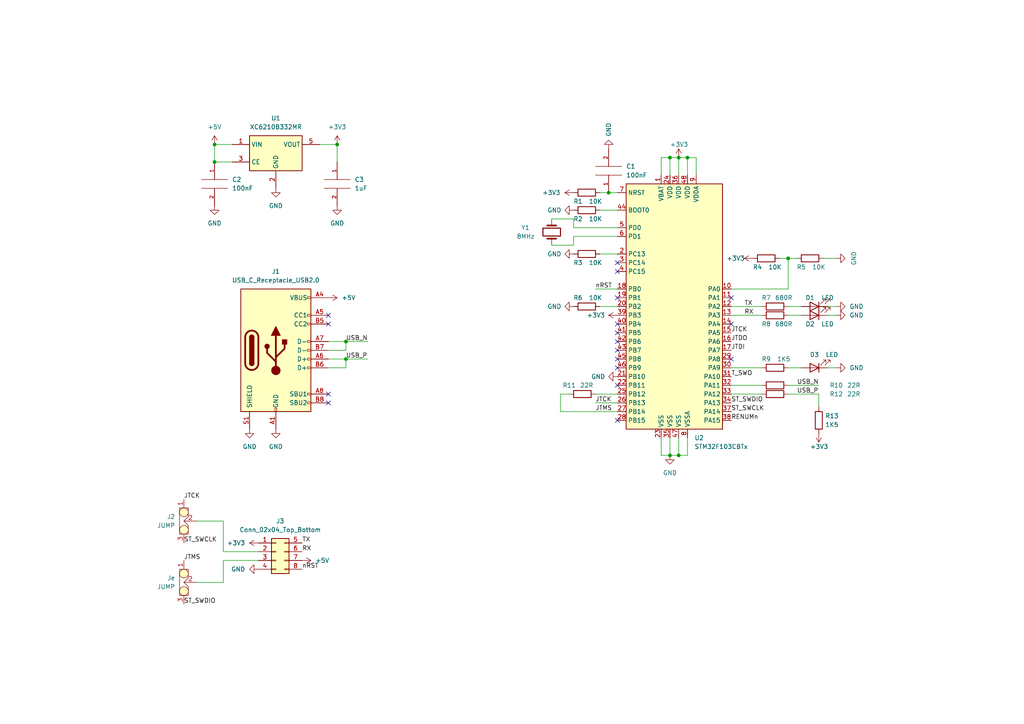
<source format=kicad_sch>
(kicad_sch (version 20211123) (generator eeschema)
  (paper "A4")
  (title_block (title "ST-Link Nano") (date "2022-07-30") (company "Magic Yang"))
  (lib_symbols
    (symbol "Connector:USB_C_Receptacle_USB2.0" (pin_names (offset 1.016))
      (property "Reference" "J" (at -10.16 19.05 0))
      (property "Value" "USB_C_Receptacle_USB2.0" (at 19.05 19.05 0))
      (symbol "USB_C_Receptacle_USB2.0_0_0"
        (rectangle (start -0.254 -17.78) (end 0.254 -16.764))
        (rectangle (start 10.16 -14.986) (end 9.144 -15.494))
        (rectangle (start 10.16 -12.446) (end 9.144 -12.954))
        (rectangle (start 10.16 -4.826) (end 9.144 -5.334))
        (rectangle (start 10.16 -2.286) (end 9.144 -2.794))
        (rectangle (start 10.16 0.254) (end 9.144 -0.254))
        (rectangle (start 10.16 2.794) (end 9.144 2.286))
        (rectangle (start 10.16 7.874) (end 9.144 7.366))
        (rectangle (start 10.16 10.414) (end 9.144 9.906))
        (rectangle (start 10.16 15.494) (end 9.144 14.986))
      )
      (symbol "USB_C_Receptacle_USB2.0_0_1"
        (rectangle (start -10.16 17.78) (end 10.16 -17.78) (stroke (width 0.254)) (fill (type background)))
        (arc (start -8.89 -3.81) (mid -6.985 -5.715) (end -5.08 -3.81) (stroke (width 0.508)))
        (arc (start -7.62 -3.81) (mid -6.985 -4.445) (end -6.35 -3.81) (stroke (width 0.254)))
        (arc (start -7.62 -3.81) (mid -6.985 -4.445) (end -6.35 -3.81) (stroke (width 0.254)) (fill (type outline)))
        (rectangle (start -7.62 -3.81) (end -6.35 3.81) (stroke (width 0.254)) (fill (type outline)))
        (arc (start -6.35 3.81) (mid -6.985 4.445) (end -7.62 3.81) (stroke (width 0.254)))
        (arc (start -6.35 3.81) (mid -6.985 4.445) (end -7.62 3.81) (stroke (width 0.254)) (fill (type outline)))
        (arc (start -5.08 3.81) (mid -6.985 5.715) (end -8.89 3.81) (stroke (width 0.508)))
        (circle (center -2.54 1.143) (radius 0.635) (stroke (width 0.254)) (fill (type outline)))
        (circle (center 0 -5.842) (radius 1.27) (fill (type outline)))
        (polyline (pts (xy -8.89 -3.81) (xy -8.89 3.81)) (stroke (width 0.508)))
        (polyline (pts (xy -5.08 3.81) (xy -5.08 -3.81)) (stroke (width 0.508)))
        (polyline (pts (xy 0 -5.842) (xy 0 4.318)) (stroke (width 0.508)))
        (polyline (pts (xy 0 -3.302) (xy -2.54 -0.762) (xy -2.54 0.508)) (stroke (width 0.508)))
        (polyline (pts (xy 0 -2.032) (xy 2.54 0.508) (xy 2.54 1.778)) (stroke (width 0.508)))
        (polyline (pts (xy -1.27 4.318) (xy 0 6.858) (xy 1.27 4.318) (xy -1.27 4.318)) (stroke (width 0.254)) (fill (type outline)))
        (rectangle (start 1.905 1.778) (end 3.175 3.048) (stroke (width 0.254)) (fill (type outline)))
      )
      (symbol "USB_C_Receptacle_USB2.0_1_1"
        (pin passive line (at 0 -22.86 90) (length 5.08) (name "GND") (number "A1"))
        (pin passive line (at 0 -22.86 90) (length 5.08) hide (name "GND") (number "A12"))
        (pin passive line (at 15.24 15.24 180) (length 5.08) (name "VBUS") (number "A4"))
        (pin bidirectional line (at 15.24 10.16 180) (length 5.08) (name "CC1") (number "A5"))
        (pin bidirectional line (at 15.24 -2.54 180) (length 5.08) (name "D+") (number "A6"))
        (pin bidirectional line (at 15.24 2.54 180) (length 5.08) (name "D-") (number "A7"))
        (pin bidirectional line (at 15.24 -12.7 180) (length 5.08) (name "SBU1") (number "A8"))
        (pin passive line (at 15.24 15.24 180) (length 5.08) hide (name "VBUS") (number "A9"))
        (pin passive line (at 0 -22.86 90) (length 5.08) hide (name "GND") (number "B1"))
        (pin passive line (at 0 -22.86 90) (length 5.08) hide (name "GND") (number "B12"))
        (pin passive line (at 15.24 15.24 180) (length 5.08) hide (name "VBUS") (number "B4"))
        (pin bidirectional line (at 15.24 7.62 180) (length 5.08) (name "CC2") (number "B5"))
        (pin bidirectional line (at 15.24 -5.08 180) (length 5.08) (name "D+") (number "B6"))
        (pin bidirectional line (at 15.24 0 180) (length 5.08) (name "D-") (number "B7"))
        (pin bidirectional line (at 15.24 -15.24 180) (length 5.08) (name "SBU2") (number "B8"))
        (pin passive line (at 15.24 15.24 180) (length 5.08) hide (name "VBUS") (number "B9"))
        (pin passive line (at -7.62 -22.86 90) (length 5.08) (name "SHIELD") (number "S1"))
      )
    )
    (symbol "Connector_Generic:Conn_02x04_Top_Bottom" (pin_names (offset 1.016) hide)
      (property "Reference" "J" (at 1.27 5.08 0))
      (property "Value" "Conn_02x04_Top_Bottom" (at 1.27 -7.62 0))
      (symbol "Conn_02x04_Top_Bottom_1_1"
        (rectangle (start -1.27 -4.953) (end 0 -5.207) (stroke (width 0.1524)))
        (rectangle (start -1.27 -2.413) (end 0 -2.667) (stroke (width 0.1524)))
        (rectangle (start -1.27 0.127) (end 0 -0.127) (stroke (width 0.1524)))
        (rectangle (start -1.27 2.667) (end 0 2.413) (stroke (width 0.1524)))
        (rectangle (start -1.27 3.81) (end 3.81 -6.35) (stroke (width 0.254)) (fill (type background)))
        (rectangle (start 3.81 -4.953) (end 2.54 -5.207) (stroke (width 0.1524)))
        (rectangle (start 3.81 -2.413) (end 2.54 -2.667) (stroke (width 0.1524)))
        (rectangle (start 3.81 0.127) (end 2.54 -0.127) (stroke (width 0.1524)))
        (rectangle (start 3.81 2.667) (end 2.54 2.413) (stroke (width 0.1524)))
        (pin passive line (at -5.08 2.54 0) (length 3.81) (name "Pin_1") (number "1"))
        (pin passive line (at -5.08 0 0) (length 3.81) (name "Pin_2") (number "2"))
        (pin passive line (at -5.08 -2.54 0) (length 3.81) (name "Pin_3") (number "3"))
        (pin passive line (at -5.08 -5.08 0) (length 3.81) (name "Pin_4") (number "4"))
        (pin passive line (at 7.62 2.54 180) (length 3.81) (name "Pin_5") (number "5"))
        (pin passive line (at 7.62 0 180) (length 3.81) (name "Pin_6") (number "6"))
        (pin passive line (at 7.62 -2.54 180) (length 3.81) (name "Pin_7") (number "7"))
        (pin passive line (at 7.62 -5.08 180) (length 3.81) (name "Pin_8") (number "8"))
      )
    )
    (symbol "Device:Crystal" (pin_numbers hide) (pin_names (offset 1.016) hide)
      (property "Reference" "Y" (at 0 3.81 0))
      (property "Value" "Crystal" (at 0 -3.81 0))
      (symbol "Crystal_0_1"
        (rectangle (start -1.143 2.54) (end 1.143 -2.54) (stroke (width 0.3048)))
        (polyline (pts (xy -2.54 0) (xy -1.905 0)))
        (polyline (pts (xy -1.905 -1.27) (xy -1.905 1.27)) (stroke (width 0.508)))
        (polyline (pts (xy 1.905 -1.27) (xy 1.905 1.27)) (stroke (width 0.508)))
        (polyline (pts (xy 2.54 0) (xy 1.905 0)))
      )
      (symbol "Crystal_1_1"
        (pin passive line (at -3.81 0 0) (length 1.27) (name "1") (number "1"))
        (pin passive line (at 3.81 0 180) (length 1.27) (name "2") (number "2"))
      )
    )
    (symbol "Device:LED" (pin_numbers hide) (pin_names (offset 1.016) hide)
      (property "Reference" "D" (at 0 2.54 0))
      (property "Value" "LED" (at 0 -2.54 0))
      (symbol "LED_0_1"
        (polyline (pts (xy -1.27 -1.27) (xy -1.27 1.27)) (stroke (width 0.254)))
        (polyline (pts (xy -1.27 0) (xy 1.27 0)))
        (polyline (pts (xy 1.27 -1.27) (xy 1.27 1.27) (xy -1.27 0) (xy 1.27 -1.27)) (stroke (width 0.254)))
        (polyline (pts (xy -3.048 -0.762) (xy -4.572 -2.286) (xy -3.81 -2.286) (xy -4.572 -2.286) (xy -4.572 -1.524)))
        (polyline (pts (xy -1.778 -0.762) (xy -3.302 -2.286) (xy -2.54 -2.286) (xy -3.302 -2.286) (xy -3.302 -1.524)))
      )
      (symbol "LED_1_1"
        (pin passive line (at -3.81 0 0) (length 2.54) (name "K") (number "1"))
        (pin passive line (at 3.81 0 180) (length 2.54) (name "A") (number "2"))
      )
    )
    (symbol "Device:R" (pin_numbers hide) (pin_names (offset 0))
      (property "Reference" "R" (at 2.032 0 90))
      (property "Value" "R" (at 0 0 90))
      (symbol "R_0_1"
        (rectangle (start -1.016 -2.54) (end 1.016 2.54) (stroke (width 0.254)))
      )
      (symbol "R_1_1"
        (pin passive line (at 0 3.81 270) (length 1.27) (name "~") (number "1"))
        (pin passive line (at 0 -3.81 90) (length 1.27) (name "~") (number "2"))
      )
    )
    (symbol "MCU_ST_STM32F1:STM32F103CBTx"
      (property "Reference" "U" (at -15.24 36.83 0))
      (property "Value" "STM32F103CBTx" (at 7.62 36.83 0))
      (symbol "STM32F103CBTx_0_1"
        (rectangle (start -15.24 -35.56) (end 12.7 35.56) (stroke (width 0.254)) (fill (type background)))
      )
      (symbol "STM32F103CBTx_1_1"
        (pin power_in line (at -5.08 38.1 270) (length 2.54) (name "VBAT") (number "1"))
        (pin bidirectional line (at 15.24 5.08 180) (length 2.54) (name "PA0") (number "10"))
        (pin bidirectional line (at 15.24 2.54 180) (length 2.54) (name "PA1") (number "11"))
        (pin bidirectional line (at 15.24 0 180) (length 2.54) (name "PA2") (number "12"))
        (pin bidirectional line (at 15.24 -2.54 180) (length 2.54) (name "PA3") (number "13"))
        (pin bidirectional line (at 15.24 -5.08 180) (length 2.54) (name "PA4") (number "14"))
        (pin bidirectional line (at 15.24 -7.62 180) (length 2.54) (name "PA5") (number "15"))
        (pin bidirectional line (at 15.24 -10.16 180) (length 2.54) (name "PA6") (number "16"))
        (pin bidirectional line (at 15.24 -12.7 180) (length 2.54) (name "PA7") (number "17"))
        (pin bidirectional line (at -17.78 5.08 0) (length 2.54) (name "PB0") (number "18"))
        (pin bidirectional line (at -17.78 2.54 0) (length 2.54) (name "PB1") (number "19"))
        (pin bidirectional line (at -17.78 15.24 0) (length 2.54) (name "PC13") (number "2"))
        (pin bidirectional line (at -17.78 0 0) (length 2.54) (name "PB2") (number "20"))
        (pin bidirectional line (at -17.78 -20.32 0) (length 2.54) (name "PB10") (number "21"))
        (pin bidirectional line (at -17.78 -22.86 0) (length 2.54) (name "PB11") (number "22"))
        (pin power_in line (at -5.08 -38.1 90) (length 2.54) (name "VSS") (number "23"))
        (pin power_in line (at -2.54 38.1 270) (length 2.54) (name "VDD") (number "24"))
        (pin bidirectional line (at -17.78 -25.4 0) (length 2.54) (name "PB12") (number "25"))
        (pin bidirectional line (at -17.78 -27.94 0) (length 2.54) (name "PB13") (number "26"))
        (pin bidirectional line (at -17.78 -30.48 0) (length 2.54) (name "PB14") (number "27"))
        (pin bidirectional line (at -17.78 -33.02 0) (length 2.54) (name "PB15") (number "28"))
        (pin bidirectional line (at 15.24 -15.24 180) (length 2.54) (name "PA8") (number "29"))
        (pin bidirectional line (at -17.78 12.7 0) (length 2.54) (name "PC14") (number "3"))
        (pin bidirectional line (at 15.24 -17.78 180) (length 2.54) (name "PA9") (number "30"))
        (pin bidirectional line (at 15.24 -20.32 180) (length 2.54) (name "PA10") (number "31"))
        (pin bidirectional line (at 15.24 -22.86 180) (length 2.54) (name "PA11") (number "32"))
        (pin bidirectional line (at 15.24 -25.4 180) (length 2.54) (name "PA12") (number "33"))
        (pin bidirectional line (at 15.24 -27.94 180) (length 2.54) (name "PA13") (number "34"))
        (pin power_in line (at -2.54 -38.1 90) (length 2.54) (name "VSS") (number "35"))
        (pin power_in line (at 0 38.1 270) (length 2.54) (name "VDD") (number "36"))
        (pin bidirectional line (at 15.24 -30.48 180) (length 2.54) (name "PA14") (number "37"))
        (pin bidirectional line (at 15.24 -33.02 180) (length 2.54) (name "PA15") (number "38"))
        (pin bidirectional line (at -17.78 -2.54 0) (length 2.54) (name "PB3") (number "39"))
        (pin bidirectional line (at -17.78 10.16 0) (length 2.54) (name "PC15") (number "4"))
        (pin bidirectional line (at -17.78 -5.08 0) (length 2.54) (name "PB4") (number "40"))
        (pin bidirectional line (at -17.78 -7.62 0) (length 2.54) (name "PB5") (number "41"))
        (pin bidirectional line (at -17.78 -10.16 0) (length 2.54) (name "PB6") (number "42"))
        (pin bidirectional line (at -17.78 -12.7 0) (length 2.54) (name "PB7") (number "43"))
        (pin input line (at -17.78 27.94 0) (length 2.54) (name "BOOT0") (number "44"))
        (pin bidirectional line (at -17.78 -15.24 0) (length 2.54) (name "PB8") (number "45"))
        (pin bidirectional line (at -17.78 -17.78 0) (length 2.54) (name "PB9") (number "46"))
        (pin power_in line (at 0 -38.1 90) (length 2.54) (name "VSS") (number "47"))
        (pin power_in line (at 2.54 38.1 270) (length 2.54) (name "VDD") (number "48"))
        (pin input line (at -17.78 22.86 0) (length 2.54) (name "PD0") (number "5"))
        (pin input line (at -17.78 20.32 0) (length 2.54) (name "PD1") (number "6"))
        (pin input line (at -17.78 33.02 0) (length 2.54) (name "NRST") (number "7"))
        (pin power_in line (at 2.54 -38.1 90) (length 2.54) (name "VSSA") (number "8"))
        (pin power_in line (at 5.08 38.1 270) (length 2.54) (name "VDDA") (number "9"))
      )
    )
    (symbol "MyLibrary:JUMP"
      (property "Reference" "J" (at -5.08 1.27 0))
      (property "Value" "JUMP" (at -3.81 -1.27 0))
      (symbol "JUMP_0_1"
        (circle (center 0 -2.54) (radius 1.27) (fill (type background)))
        (polyline (pts (xy 1.27 1.27) (xy 0 0) (xy 1.27 -1.27)))
        (polyline (pts (xy -1.27 3.81) (xy -1.27 -3.81) (xy 1.27 -3.81) (xy 1.27 -1.27)))
        (polyline (pts (xy -1.27 3.81) (xy 1.27 3.81) (xy 1.27 2.54) (xy 1.27 1.27)))
        (circle (center 0 2.54) (radius 1.27) (fill (type background)))
      )
      (symbol "JUMP_1_1"
        (pin input line (at 0 6.35 270) (length 2.54) (name "") (number "1"))
        (pin input line (at 3.81 0 180) (length 3.81) (name "") (number "2"))
        (pin input line (at 0 -6.35 90) (length 2.54) (name "") (number "3"))
      )
    )
    (symbol "Regulator_Linear:XC6210B332MR"
      (property "Reference" "U" (at 0 8.89 0))
      (property "Value" "XC6210B332MR" (at 0 6.35 0))
      (symbol "XC6210B332MR_0_1"
        (rectangle (start -7.62 5.08) (end 7.62 -5.08) (stroke (width 0.254)) (fill (type background)))
      )
      (symbol "XC6210B332MR_1_1"
        (pin power_in line (at -12.7 2.54 0) (length 5.08) (name "VIN") (number "1"))
        (pin power_in line (at 0 -10.16 90) (length 5.08) (name "GND") (number "2"))
        (pin input line (at -12.7 -2.54 0) (length 5.08) (name "CE") (number "3"))
        (pin no_connect line (at 12.7 -2.54 180) (length 5.08) hide (name "NC") (number "4"))
        (pin power_out line (at 12.7 2.54 180) (length 5.08) (name "VOUT") (number "5"))
      )
    )
    (symbol "power:+3V3" (power) (pin_names (offset 0))
      (property "Value" "+3V3" (at 0 3.556 0))
      (symbol "+3V3_0_1"
        (polyline (pts (xy -0.762 1.27) (xy 0 2.54)))
        (polyline (pts (xy 0 0) (xy 0 2.54)))
        (polyline (pts (xy 0 2.54) (xy 0.762 1.27)))
      )
      (symbol "+3V3_1_1"
        (pin power_in line (at 0 0 90) (length 0) hide (name "+3V3") (number "1"))
      )
    )
    (symbol "power:+5V" (power) (pin_names (offset 0))
      (property "Value" "+5V" (at 0 3.556 0))
      (symbol "+5V_0_1"
        (polyline (pts (xy -0.762 1.27) (xy 0 2.54)))
        (polyline (pts (xy 0 0) (xy 0 2.54)))
        (polyline (pts (xy 0 2.54) (xy 0.762 1.27)))
      )
      (symbol "+5V_1_1"
        (pin power_in line (at 0 0 90) (length 0) hide (name "+5V") (number "1"))
      )
    )
    (symbol "power:GND" (power) (pin_names (offset 0))
      (property "Value" "GND" (at 0 -3.81 0))
      (symbol "GND_0_1"
        (polyline (pts (xy 0 0) (xy 0 -1.27) (xy 1.27 -1.27) (xy 0 -2.54) (xy -1.27 -1.27) (xy 0 -1.27)))
      )
      (symbol "GND_1_1"
        (pin power_in line (at 0 0 270) (length 0) hide (name "GND") (number "1"))
      )
    )
    (symbol "pspice:CAP" (pin_names (offset 0.254))
      (property "Reference" "C" (at 2.54 3.81 90))
      (property "Value" "CAP" (at 2.54 -3.81 90))
      (symbol "CAP_0_1"
        (polyline (pts (xy -3.81 -1.27) (xy 3.81 -1.27)))
        (polyline (pts (xy -3.81 1.27) (xy 3.81 1.27)))
      )
      (symbol "CAP_1_1"
        (pin passive line (at 0 6.35 270) (length 5.08) (name "~") (number "1"))
        (pin passive line (at 0 -6.35 90) (length 5.08) (name "~") (number "2"))
      )
    )
  )
  (junction (at 97.79 41.91))
  (junction (at 194.31 45.72))
  (junction (at 176.53 55.88))
  (junction (at 194.31 132.08))
  (junction (at 62.23 41.91))
  (junction (at 228.6 74.93))
  (junction (at 100.33 99.06))
  (junction (at 196.85 45.72))
  (junction (at 62.23 46.99))
  (junction (at 196.85 132.08))
  (junction (at 199.39 45.72))
  (junction (at 100.33 104.14))
  (no_connect (at 179.07 106.68))
  (no_connect (at 179.07 111.76))
  (no_connect (at 212.09 104.14))
  (no_connect (at 95.25 91.44))
  (no_connect (at 95.25 114.3))
  (no_connect (at 179.07 104.14))
  (no_connect (at 179.07 99.06))
  (no_connect (at 179.07 96.52))
  (no_connect (at 179.07 101.6))
  (no_connect (at 179.07 93.98))
  (no_connect (at 179.07 76.2))
  (no_connect (at 212.09 93.98))
  (no_connect (at 179.07 86.36))
  (no_connect (at 212.09 86.36))
  (no_connect (at 179.07 78.74))
  (no_connect (at 95.25 116.84))
  (no_connect (at 95.25 93.98))
  (no_connect (at 179.07 121.92))
  (wire (pts (xy 228.6 114.3) (xy 237.49 114.3)))
  (wire (pts (xy 228.6 91.44) (xy 232.41 91.44)))
  (wire (pts (xy 62.23 46.99) (xy 62.23 41.91)))
  (wire (pts (xy 176.53 55.88) (xy 179.07 55.88)))
  (wire (pts (xy 196.85 127) (xy 196.85 132.08)))
  (wire (pts (xy 64.77 160.02) (xy 64.77 151.13)))
  (wire (pts (xy 173.99 55.88) (xy 176.53 55.88)))
  (wire (pts (xy 196.85 45.72) (xy 199.39 45.72)))
  (wire (pts (xy 212.09 111.76) (xy 220.98 111.76)))
  (wire (pts (xy 92.71 41.91) (xy 97.79 41.91)))
  (wire (pts (xy 212.09 114.3) (xy 220.98 114.3)))
  (wire (pts (xy 201.93 45.72) (xy 201.93 50.8)))
  (wire (pts (xy 194.31 45.72) (xy 196.85 45.72)))
  (wire (pts (xy 62.23 41.91) (xy 67.31 41.91)))
  (wire (pts (xy 166.37 68.58) (xy 166.37 71.12)))
  (wire (pts (xy 179.07 66.04) (xy 166.37 66.04)))
  (wire (pts (xy 191.77 45.72) (xy 194.31 45.72)))
  (wire (pts (xy 196.85 132.08) (xy 194.31 132.08)))
  (wire (pts (xy 64.77 168.91) (xy 57.15 168.91)))
  (wire (pts (xy 196.85 45.72) (xy 196.85 50.8)))
  (wire (pts (xy 199.39 127) (xy 199.39 132.08)))
  (wire (pts (xy 212.09 88.9) (xy 220.98 88.9)))
  (wire (pts (xy 100.33 99.06) (xy 106.68 99.06)))
  (wire (pts (xy 194.31 45.72) (xy 194.31 50.8)))
  (wire (pts (xy 199.39 132.08) (xy 196.85 132.08)))
  (wire (pts (xy 172.72 83.82) (xy 179.07 83.82)))
  (wire (pts (xy 242.57 88.9) (xy 240.03 88.9)))
  (wire (pts (xy 100.33 101.6) (xy 95.25 101.6)))
  (wire (pts (xy 232.41 88.9) (xy 228.6 88.9)))
  (wire (pts (xy 191.77 50.8) (xy 191.77 45.72)))
  (wire (pts (xy 67.31 46.99) (xy 62.23 46.99)))
  (wire (pts (xy 199.39 45.72) (xy 201.93 45.72)))
  (wire (pts (xy 166.37 63.5) (xy 160.02 63.5)))
  (wire (pts (xy 194.31 127) (xy 194.31 132.08)))
  (wire (pts (xy 191.77 132.08) (xy 191.77 127)))
  (wire (pts (xy 232.41 106.68) (xy 228.6 106.68)))
  (wire (pts (xy 100.33 99.06) (xy 100.33 101.6)))
  (wire (pts (xy 172.72 116.84) (xy 179.07 116.84)))
  (wire (pts (xy 173.99 88.9) (xy 179.07 88.9)))
  (wire (pts (xy 228.6 74.93) (xy 231.14 74.93)))
  (wire (pts (xy 237.49 114.3) (xy 237.49 118.11)))
  (wire (pts (xy 64.77 162.56) (xy 64.77 168.91)))
  (wire (pts (xy 228.6 111.76) (xy 237.49 111.76)))
  (wire (pts (xy 179.07 68.58) (xy 166.37 68.58)))
  (wire (pts (xy 100.33 104.14) (xy 100.33 106.68)))
  (wire (pts (xy 199.39 45.72) (xy 199.39 50.8)))
  (wire (pts (xy 95.25 104.14) (xy 100.33 104.14)))
  (wire (pts (xy 179.07 119.38) (xy 162.56 119.38)))
  (wire (pts (xy 242.57 91.44) (xy 240.03 91.44)))
  (wire (pts (xy 212.09 106.68) (xy 220.98 106.68)))
  (wire (pts (xy 194.31 132.08) (xy 191.77 132.08)))
  (wire (pts (xy 162.56 119.38) (xy 162.56 114.3)))
  (wire (pts (xy 160.02 71.12) (xy 166.37 71.12)))
  (wire (pts (xy 97.79 41.91) (xy 97.79 46.99)))
  (wire (pts (xy 95.25 99.06) (xy 100.33 99.06)))
  (wire (pts (xy 212.09 83.82) (xy 228.6 83.82)))
  (wire (pts (xy 212.09 91.44) (xy 220.98 91.44)))
  (wire (pts (xy 226.06 74.93) (xy 228.6 74.93)))
  (wire (pts (xy 100.33 106.68) (xy 95.25 106.68)))
  (wire (pts (xy 173.99 73.66) (xy 179.07 73.66)))
  (wire (pts (xy 173.99 60.96) (xy 179.07 60.96)))
  (wire (pts (xy 64.77 151.13) (xy 57.15 151.13)))
  (wire (pts (xy 100.33 104.14) (xy 106.68 104.14)))
  (wire (pts (xy 172.72 114.3) (xy 179.07 114.3)))
  (wire (pts (xy 74.93 160.02) (xy 64.77 160.02)))
  (wire (pts (xy 242.57 106.68) (xy 240.03 106.68)))
  (wire (pts (xy 242.57 74.93) (xy 238.76 74.93)))
  (wire (pts (xy 228.6 83.82) (xy 228.6 74.93)))
  (wire (pts (xy 74.93 162.56) (xy 64.77 162.56)))
  (wire (pts (xy 162.56 114.3) (xy 165.1 114.3)))
  (wire (pts (xy 166.37 66.04) (xy 166.37 63.5)))
  (label "ST_SWCLK" (at 53.34 157.48 0))
  (label "ST_SWDIO" (at 53.34 175.26 0))
  (label "USB_P" (at 100.33 104.14 0))
  (label "JTDI" (at 212.09 101.6 0))
  (label "JTCK" (at 53.34 144.78 0))
  (label "RX" (at 87.63 160.02 0))
  (label "RENUMn" (at 212.09 121.92 0))
  (label "TX" (at 87.63 157.48 0))
  (label "JTCK" (at 172.72 116.84 0))
  (label "T_SWO" (at 212.09 109.22 0))
  (label "USB_N" (at 100.33 99.06 0))
  (label "nRST" (at 172.72 83.82 0))
  (label "TX" (at 215.9 88.9 0))
  (label "ST_SWCLK" (at 212.09 119.38 0))
  (label "JTDO" (at 212.09 99.06 0))
  (label "nRST" (at 87.63 165.1 0))
  (label "USB_P" (at 231.14 114.3 0))
  (label "JTMS" (at 172.72 119.38 0))
  (label "RX" (at 215.9 91.44 0))
  (label "JTCK" (at 212.09 96.52 0))
  (label "USB_N" (at 231.14 111.76 0))
  (label "ST_SWDIO" (at 212.09 116.84 0))
  (label "JTMS" (at 53.34 162.56 0))
  (symbol (lib_id "Device:R") (at 234.95 74.93 270) (unit 1)
    (property "Reference" "R5" (at 232.41 77.47 90))
    (property "Value" "10K" (at 237.49 77.47 90))
    (property "Footprint" "Resistor_SMD:R_0402_1005Metric" (effects hide))
  )
  (symbol (lib_id "Regulator_Linear:XC6210B332MR") (at 80.01 44.45 0) (unit 1)
    (property "Reference" "U1" (at 80.01 34.29 0))
    (property "Value" "XC6210B332MR" (at 80.01 36.83 0))
    (property "Footprint" "Package_TO_SOT_SMD:SOT-23-5" (effects hide))
    (property "Datasheet" "https://www.torexsemi.com/file/xc6210/XC6210.pdf" (effects hide))
  )
  (symbol (lib_id "power:GND") (at 166.37 73.66 270) (unit 1)
    (property "Reference" "#PWR010" (effects hide))
    (property "Value" "GND" (at 158.75 73.66 90) (effects (justify left)))
  )
  (symbol (lib_id "power:+3V3") (at 218.44 74.93 90) (unit 1)
    (property "Reference" "#PWR011" (effects hide))
    (property "Value" "+3V3" (at 213.36 74.93 90))
  )
  (symbol (lib_id "Device:R") (at 168.91 114.3 270) (unit 1)
    (property "Reference" "R11" (at 165.1 111.76 90))
    (property "Value" "22R" (at 170.18 111.76 90))
    (property "Footprint" "Resistor_SMD:R_0402_1005Metric" (effects hide))
  )
  (symbol (lib_id "Connector_Generic:Conn_02x04_Top_Bottom") (at 80.01 160.02 0) (unit 1)
    (property "Reference" "J3" (at 81.28 151.13 0))
    (property "Value" "Conn_02x04_Top_Bottom" (at 81.28 153.67 0))
    (property "Footprint" "MyLibrary:SMD_PIN_2x4_TOP_BOTTOM" (effects hide))
  )
  (symbol (lib_id "Device:LED") (at 236.22 91.44 180) (unit 1)
    (property "Reference" "D2" (at 234.95 93.98 0))
    (property "Value" "LED" (at 240.03 93.98 0))
    (property "Footprint" "LED_SMD:LED_0402_1005Metric" (effects hide))
  )
  (symbol (lib_id "MCU_ST_STM32F1:STM32F103CBTx") (at 196.85 88.9 0) (unit 1)
    (property "Reference" "U2" (at 201.4094 127 0) (effects (justify left)))
    (property "Value" "STM32F103CBTx" (at 201.4094 129.54 0) (effects (justify left)))
    (property "Footprint" "Package_QFP:LQFP-48_7x7mm_P0.5mm" (effects hide))
    (property "Datasheet" "http://www.st.com/st-web-ui/static/active/en/resource/technical/document/datasheet/CD00161566.pdf" (effects hide))
  )
  (symbol (lib_id "power:+3V3") (at 196.85 45.72 0) (unit 1)
    (property "Reference" "#PWR04" (effects hide))
    (property "Value" "+3V3" (at 194.31 41.91 0) (effects (justify left)))
  )
  (symbol (lib_id "Device:R") (at 170.18 73.66 270) (unit 1)
    (property "Reference" "R3" (at 167.64 76.2 90))
    (property "Value" "10K" (at 172.72 76.2 90))
    (property "Footprint" "Resistor_SMD:R_0402_1005Metric" (effects hide))
  )
  (symbol (lib_id "power:+5V") (at 95.25 86.36 270) (unit 1)
    (property "Reference" "#PWR013" (effects hide))
    (property "Value" "+5V" (at 99.06 86.3599 90) (effects (justify left)))
  )
  (symbol (lib_id "Connector:USB_C_Receptacle_USB2.0") (at 80.01 101.6 0) (unit 1)
    (property "Reference" "J1" (at 80.01 78.74 0))
    (property "Value" "USB_C_Receptacle_USB2.0" (at 80.01 81.28 0))
    (property "Datasheet" "https://www.usb.org/sites/default/files/documents/usb_type-c.zip" (effects hide))
  )
  (symbol (lib_id "power:GND") (at 242.57 106.68 90) (unit 1)
    (property "Reference" "#PWR018" (effects hide))
    (property "Value" "GND" (at 246.38 106.6799 90) (effects (justify right)))
  )
  (symbol (lib_id "pspice:CAP") (at 62.23 53.34 0) (unit 1)
    (property "Reference" "C2" (at 67.31 52.0699 0) (effects (justify left)))
    (property "Value" "100nF" (at 67.31 54.6099 0) (effects (justify left)))
    (property "Footprint" "Capacitor_SMD:C_0402_1005Metric" (effects hide))
  )
  (symbol (lib_id "Device:R") (at 237.49 121.92 0) (unit 1)
    (property "Reference" "R13" (at 241.3 120.65 0))
    (property "Value" "1K5" (at 241.3 123.19 0))
    (property "Footprint" "Resistor_SMD:R_0402_1005Metric" (effects hide))
  )
  (symbol (lib_id "Device:LED") (at 236.22 106.68 180) (unit 1)
    (property "Reference" "D3" (at 236.22 102.87 0))
    (property "Value" "LED" (at 241.3 102.87 0))
    (property "Footprint" "LED_SMD:LED_0402_1005Metric" (effects hide))
  )
  (symbol (lib_id "power:GND") (at 166.37 88.9 270) (unit 1)
    (property "Reference" "#PWR014" (effects hide))
    (property "Value" "GND" (at 158.75 88.9 90) (effects (justify left)))
  )
  (symbol (lib_id "power:+3V3") (at 97.79 41.91 0) (unit 1)
    (property "Reference" "#PWR02" (effects hide))
    (property "Value" "+3V3" (at 97.79 36.83 0))
  )
  (symbol (lib_id "power:GND") (at 242.57 91.44 90) (unit 1)
    (property "Reference" "#PWR017" (effects hide))
    (property "Value" "GND" (at 246.38 91.4399 90) (effects (justify right)))
  )
  (symbol (lib_id "Device:Crystal") (at 160.02 67.31 90) (unit 1)
    (property "Reference" "Y1" (at 151.13 66.04 90) (effects (justify right)))
    (property "Value" "8MHz" (at 149.86 68.58 90) (effects (justify right)))
  )
  (symbol (lib_id "power:+3V3") (at 166.37 55.88 90) (unit 1)
    (property "Reference" "#PWR06" (effects hide))
    (property "Value" "+3V3" (at 162.56 55.8799 90) (effects (justify left)))
  )
  (symbol (lib_id "power:GND") (at 97.79 59.69 0) (unit 1)
    (property "Reference" "#PWR08" (effects hide))
    (property "Value" "GND" (at 97.79 64.77 0))
  )
  (symbol (lib_id "Device:R") (at 224.79 114.3 270) (unit 1)
    (property "Reference" "R12" (at 242.57 114.3 90))
    (property "Value" "22R" (at 247.65 114.3 90))
    (property "Footprint" "Resistor_SMD:R_0402_1005Metric" (effects hide))
  )
  (symbol (lib_id "pspice:CAP") (at 97.79 53.34 0) (unit 1)
    (property "Reference" "C3" (at 102.87 52.0699 0) (effects (justify left)))
    (property "Value" "1uF" (at 102.87 54.6099 0) (effects (justify left)))
    (property "Footprint" "Capacitor_SMD:C_0402_1005Metric" (effects hide))
  )
  (symbol (lib_id "Device:R") (at 224.79 106.68 270) (unit 1)
    (property "Reference" "R9" (at 222.25 104.14 90))
    (property "Value" "1K5" (at 227.33 104.14 90))
    (property "Footprint" "Resistor_SMD:R_0402_1005Metric" (effects hide))
  )
  (symbol (lib_id "power:GND") (at 80.01 124.46 0) (unit 1)
    (property "Reference" "#PWR021" (effects hide))
    (property "Value" "GND" (at 80.01 129.54 0))
  )
  (symbol (lib_id "Device:R") (at 170.18 88.9 270) (unit 1)
    (property "Reference" "R6" (at 167.64 86.36 90))
    (property "Value" "10K" (at 172.72 86.36 90))
    (property "Footprint" "Resistor_SMD:R_0402_1005Metric" (effects hide))
  )
  (symbol (lib_id "power:GND") (at 194.31 132.08 0) (unit 1)
    (property "Reference" "#PWR023" (effects hide))
    (property "Value" "GND" (at 194.31 137.16 0))
  )
  (symbol (lib_id "Device:R") (at 224.79 111.76 270) (unit 1)
    (property "Reference" "R10" (at 242.57 111.76 90))
    (property "Value" "22R" (at 247.65 111.76 90))
    (property "Footprint" "Resistor_SMD:R_0402_1005Metric" (effects hide))
  )
  (symbol (lib_id "power:GND") (at 176.53 43.18 180) (unit 1)
    (property "Reference" "#PWR03" (effects hide))
    (property "Value" "GND" (at 176.53 35.56 90) (effects (justify left)))
  )
  (symbol (lib_id "Device:LED") (at 236.22 88.9 180) (unit 1)
    (property "Reference" "D1" (at 234.95 86.36 0))
    (property "Value" "LED" (at 240.03 86.36 0))
    (property "Footprint" "LED_SMD:LED_0402_1005Metric" (effects hide))
  )
  (symbol (lib_id "power:GND") (at 179.07 109.22 270) (unit 1)
    (property "Reference" "#PWR019" (effects hide))
    (property "Value" "GND" (at 171.45 109.22 90) (effects (justify left)))
  )
  (symbol (lib_id "power:GND") (at 62.23 59.69 0) (unit 1)
    (property "Reference" "#PWR07" (effects hide))
    (property "Value" "GND" (at 62.23 64.77 0))
  )
  (symbol (lib_id "Device:R") (at 170.18 60.96 270) (unit 1)
    (property "Reference" "R2" (at 167.64 63.5 90))
    (property "Value" "10K" (at 172.72 63.5 90))
    (property "Footprint" "Resistor_SMD:R_0402_1005Metric" (effects hide))
  )
  (symbol (lib_id "Device:R") (at 170.18 55.88 270) (unit 1)
    (property "Reference" "R1" (at 167.64 58.42 90))
    (property "Value" "10K" (at 172.72 58.42 90))
    (property "Footprint" "Resistor_SMD:R_0402_1005Metric" (effects hide))
  )
  (symbol (lib_id "power:GND") (at 242.57 74.93 90) (unit 1)
    (property "Reference" "#PWR012" (effects hide))
    (property "Value" "GND" (at 247.65 74.93 0))
  )
  (symbol (lib_id "power:GND") (at 72.39 124.46 0) (unit 1)
    (property "Reference" "#PWR020" (effects hide))
    (property "Value" "GND" (at 72.39 129.54 0))
  )
  (symbol (lib_id "MyLibrary:JUMP") (at 53.34 151.13 0) (unit 1)
    (property "Reference" "J2" (at 50.8 149.8599 0) (effects (justify right)))
    (property "Value" "JUMP" (at 50.8 152.3999 0) (effects (justify right)))
    (property "Footprint" "MyLibrary:SMD_JUMP" (effects hide))
  )
  (symbol (lib_id "Device:R") (at 224.79 91.44 270) (unit 1)
    (property "Reference" "R8" (at 222.25 93.98 90))
    (property "Value" "680R" (at 227.33 93.98 90))
    (property "Footprint" "Resistor_SMD:R_0402_1005Metric" (effects hide))
  )
  (symbol (lib_id "power:GND") (at 166.37 60.96 270) (unit 1)
    (property "Reference" "#PWR09" (effects hide))
    (property "Value" "GND" (at 158.75 60.96 90) (effects (justify left)))
  )
  (symbol (lib_id "Device:R") (at 224.79 88.9 270) (unit 1)
    (property "Reference" "R7" (at 222.25 86.36 90))
    (property "Value" "680R" (at 227.33 86.36 90))
    (property "Footprint" "Resistor_SMD:R_0402_1005Metric" (effects hide))
  )
  (symbol (lib_id "power:+3V3") (at 74.93 157.48 90) (unit 1)
    (property "Reference" "#PWR024" (effects hide))
    (property "Value" "+3V3" (at 71.12 157.4799 90) (effects (justify left)))
  )
  (symbol (lib_id "power:+5V") (at 87.63 162.56 270) (unit 1)
    (property "Reference" "#PWR025" (effects hide))
    (property "Value" "+5V" (at 91.44 162.5599 90) (effects (justify left)))
  )
  (symbol (lib_id "pspice:CAP") (at 176.53 49.53 180) (unit 1)
    (property "Reference" "C1" (at 181.61 48.2599 0) (effects (justify right)))
    (property "Value" "100nF" (at 181.61 50.7999 0) (effects (justify right)))
    (property "Footprint" "Capacitor_SMD:C_0402_1005Metric" (effects hide))
  )
  (symbol (lib_id "power:+3V3") (at 179.07 91.44 90) (unit 1)
    (property "Reference" "#PWR016" (effects hide))
    (property "Value" "+3V3" (at 170.18 91.44 90) (effects (justify right)))
  )
  (symbol (lib_id "Device:R") (at 222.25 74.93 270) (unit 1)
    (property "Reference" "R4" (at 219.71 77.47 90))
    (property "Value" "10K" (at 224.79 77.47 90))
    (property "Footprint" "Resistor_SMD:R_0402_1005Metric" (effects hide))
  )
  (symbol (lib_id "power:GND") (at 242.57 88.9 90) (unit 1)
    (property "Reference" "#PWR015" (effects hide))
    (property "Value" "GND" (at 246.38 88.8999 90) (effects (justify right)))
  )
  (symbol (lib_id "MyLibrary:JUMP") (at 53.34 168.91 0) (unit 1)
    (property "Reference" "Je" (at 50.8 167.6399 0) (effects (justify right)))
    (property "Value" "JUMP" (at 50.8 170.1799 0) (effects (justify right)))
    (property "Footprint" "MyLibrary:SMD_JUMP" (effects hide))
  )
  (symbol (lib_id "power:+3V3") (at 237.49 125.73 180) (unit 1)
    (property "Reference" "#PWR022" (effects hide))
    (property "Value" "+3V3" (at 234.95 129.54 0) (effects (justify right)))
  )
  (symbol (lib_id "power:GND") (at 74.93 165.1 270) (unit 1)
    (property "Reference" "#PWR026" (effects hide))
    (property "Value" "GND" (at 71.12 165.0999 90) (effects (justify right)))
  )
  (symbol (lib_id "power:GND") (at 80.01 54.61 0) (unit 1)
    (property "Reference" "#PWR05" (effects hide))
    (property "Value" "GND" (at 80.01 59.69 0))
  )
  (symbol (lib_id "power:+5V") (at 62.23 41.91 0) (unit 1)
    (property "Reference" "#PWR01" (effects hide))
    (property "Value" "+5V" (at 62.23 36.83 0))
  )
)
</source>
